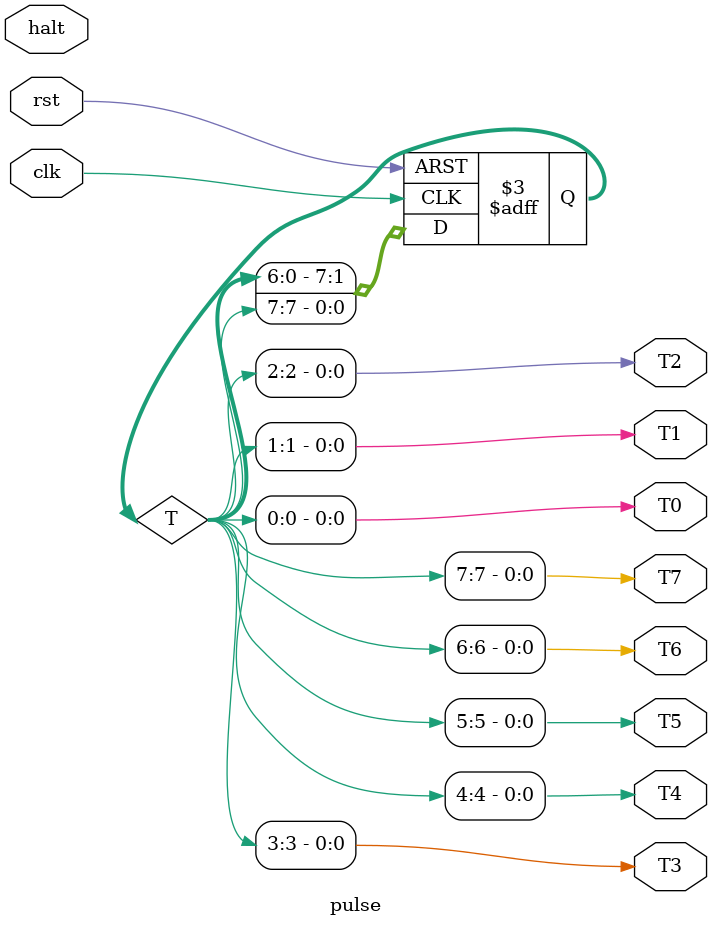
<source format=v>
`timescale 1ns / 1ps


module pulse(
input wire clk,
input wire rst,
input wire halt,
output wire T0,T1,T2,T3,T4,T5,T6,T7
);
reg [7:0] T=8'd1;
assign T0=T[0];
assign T1=T[1];
assign T2=T[2];
assign T3=T[3];
assign T4=T[4];
assign T5=T[5];
assign T6=T[6];
assign T7=T[7];
always @( posedge clk or  posedge rst)
begin
if(rst)
   begin T<=8'd1;end 
//else if(halt)
//   begin T=8'hxx;  end
else 
  begin
  T[0]<=T[7];
  T[1]<=T[0];
  T[2]<=T[1];
  T[3]<=T[2];
  T[4]<=T[3];
  T[5]<=T[4];
  T[6]<=T[5];
  T[7]<=T[6];
  end
end
endmodule

</source>
